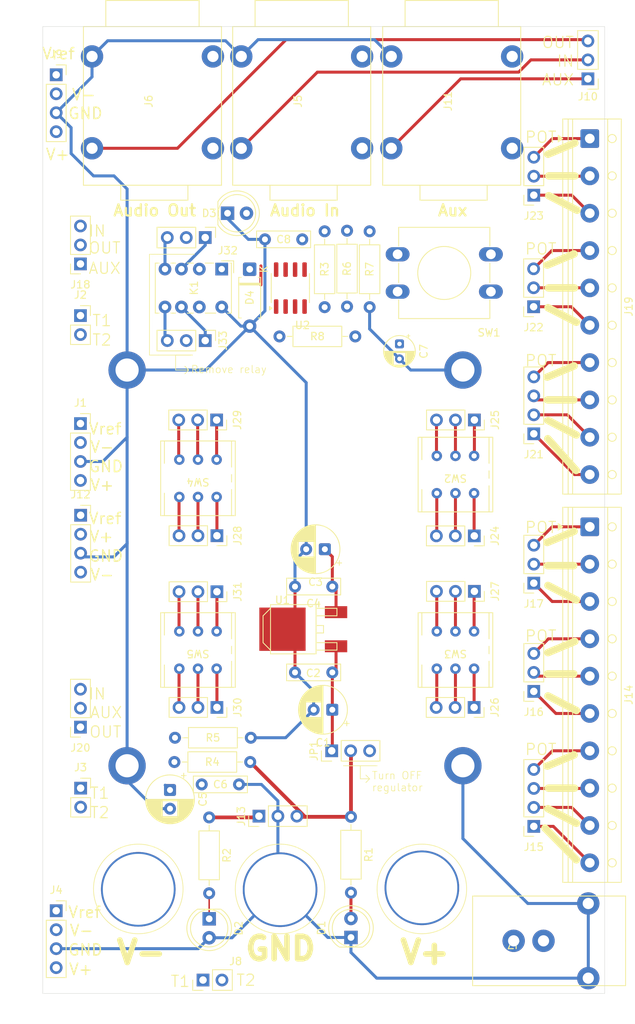
<source format=kicad_pcb>
(kicad_pcb (version 20241229) (generator "pcbnew") (generator_version "9.0")
  (layers (0 "F.Cu" signal) (2 "B.Cu" signal) (13 "F.Paste" user) (15 "B.Paste" user) (5 "F.SilkS" user "F.Silkscreen") (7 "B.SilkS" user "B.Silkscreen") (1 "F.Mask" user) (3 "B.Mask" user) (25 "Edge.Cuts" user))
  (net 0 "")
  (net 1 "Net-(U2-CV)")
  (net 2 "GND")
  (net 3 "Net-(D1-A)")
  (net 4 "/Vref")
  (net 5 "Net-(D3-A)")
  (net 6 "/BYP")
  (net 7 "VSS")
  (net 8 "VCC")
  (net 9 "/AUX")
  (net 10 "/IN")
  (net 11 "/OUT")
  (net 12 "/OUTBB")
  (net 13 "/INBB")
  (net 14 "Net-(C7-Pad1)")
  (net 15 "Net-(J27-Pin_1)")
  (net 16 "Net-(J27-Pin_3)")
  (net 17 "Net-(J27-Pin_2)")
  (net 18 "Net-(J28-Pin_3)")
  (net 19 "Net-(J28-Pin_1)")
  (net 20 "Net-(J28-Pin_2)")
  (net 21 "Net-(J29-Pin_3)")
  (net 22 "Net-(J29-Pin_2)")
  (net 23 "Net-(J29-Pin_1)")
  (net 24 "Net-(J30-Pin_2)")
  (net 25 "Net-(J30-Pin_3)")
  (net 26 "Net-(J30-Pin_1)")
  (net 27 "Net-(J31-Pin_3)")
  (net 28 "Net-(J31-Pin_2)")
  (net 29 "Net-(J31-Pin_1)")
  (net 30 "Net-(J32-Pin_1)")
  (net 31 "Net-(J33-Pin_1)")
  (net 32 "Net-(D2-K)")
  (net 35 "Net-(JP1-A)")
  (net 37 "Net-(K1-Pad2)")
  (net 38 "Net-(U2-THR)")
  (net 39 "/9V")
  (net 43 "Net-(J14-Pin_6)")
  (net 44 "Net-(J25-Pin_2)")
  (net 45 "Net-(J25-Pin_3)")
  (net 46 "Net-(J25-Pin_1)")
  (net 47 "/T1")
  (net 48 "/T2")
  (net 49 "Net-(J14-Pin_3)")
  (net 50 "Net-(J14-Pin_8)")
  (net 51 "Net-(J14-Pin_7)")
  (net 52 "Net-(J14-Pin_1)")
  (net 53 "Net-(J14-Pin_10)")
  (net 54 "Net-(J14-Pin_4)")
  (net 55 "Net-(J14-Pin_9)")
  (net 56 "Net-(J14-Pin_5)")
  (net 57 "Net-(J14-Pin_2)")
  (net 58 "Net-(J19-Pin_10)")
  (net 59 "Net-(J19-Pin_4)")
  (net 60 "Net-(J19-Pin_2)")
  (net 61 "Net-(J19-Pin_5)")
  (net 62 "Net-(J19-Pin_6)")
  (net 63 "Net-(J19-Pin_3)")
  (net 64 "Net-(J19-Pin_8)")
  (net 65 "Net-(J19-Pin_9)")
  (net 66 "Net-(J19-Pin_7)")
  (net 67 "Net-(J19-Pin_1)")
  (net 68 "Net-(J24-Pin_1)")
  (net 69 "Net-(J24-Pin_3)")
  (net 70 "Net-(J24-Pin_2)")
  (net 71 "Net-(J26-Pin_2)")
  (net 72 "Net-(J26-Pin_1)")
  (net 73 "Net-(J26-Pin_3)")
  (footprint "Connector_PinSocket_2.54mm:PinSocket_1x04_P2.54mm_Vertical" (layer "F.Cu") (at 90.5 74.54 180)
    (property "Reference" "J21")
    (property "Value" "POT6_CON")
  )
  (footprint "Resistor_THT:R_Axial_DIN0207_L6.3mm_D2.5mm_P10.16mm_Horizontal" (layer "F.Cu") (at 56.42 61.5)
    (property "Reference" "R8")
    (property "Value" "200k")
  )
  (footprint "Zorg:DPDT_ESwitch" (layer "F.Cu") (at 80 103.5 180)
    (property "Reference" "SW3")
    (property "Value" "SW_DPDT_x2")
  )
  (footprint "Connector_PinSocket_2.54mm:PinSocket_1x03_P2.54mm_Vertical" (layer "F.Cu") (at 48 72.69 -90)
    (property "Reference" "J29")
    (property "Value" "Switch")
  )
  (footprint "Zorg:DPDT_ESwitch" (layer "F.Cu") (at 80 80 180)
    (property "Reference" "SW2")
    (property "Value" "SW_DPDT_x2")
  )
  (footprint "Connector_PinHeader_2.54mm:PinHeader_1x03_P2.54mm_Vertical" (layer "F.Cu") (at 97.75 27 180)
    (property "Reference" "J10")
    (property "Value" "Test_Point_IOA")
  )
  (footprint "Zorg:DPDT_ESwitch" (layer "F.Cu") (at 45.5 103.5 180)
    (property "Reference" "SW5")
    (property "Value" "SW_DPDT_x2")
  )
  (footprint "Connector_PinHeader_2.54mm:PinHeader_1x03_P2.54mm_Vertical" (layer "F.Cu") (at 46.4701 48.2575 -90)
    (property "Reference" "J32")
    (property "Value" "RLY_OV_IN")
  )
  (footprint "Button_Switch_THT:SW_PUSH-12mm" (layer "F.Cu") (at 84.75 55.5 180)
    (property "Reference" "SW1")
    (property "Value" "SW_Push")
  )
  (footprint "Zorg:Jack  Neutrik Mono Pins SW" (layer "F.Cu") (at 59.4 30 90)
    (property "Reference" "J5")
    (property "Value" "Audio_IN")
  )
  (footprint "Capacitor_THT:CP_Radial_D6.3mm_P2.50mm" (layer "F.Cu") (at 41.75 122.25 -90)
    (property "Reference" "C5")
    (property "Value" "100uF")
  )
  (footprint "Resistor_THT:R_Axial_DIN0207_L6.3mm_D2.5mm_P10.16mm_Horizontal" (layer "F.Cu") (at 68.5 47.42 -90)
    (property "Reference" "R7")
    (property "Value" "100k")
  )
  (footprint "LED_THT:LED_D5.0mm" (layer "F.Cu") (at 49.46 45)
    (property "Reference" "D3")
    (property "Value" "PINK")
  )
  (footprint "Connector_PinSocket_2.54mm:PinSocket_1x03_P2.54mm_Vertical" (layer "F.Cu") (at 90.5 42.58 180)
    (property "Reference" "J23")
    (property "Value" "POT4_CON")
  )
  (footprint "Connector_PinSocket_2.54mm:PinSocket_1x04_P2.54mm_Vertical" (layer "F.Cu") (at 26.5 26.46)
    (property "Reference" "J9")
    (property "Value" "Conn_01x04_Socket")
  )
  (footprint "Resistor_THT:R_Axial_DIN0207_L6.3mm_D2.5mm_P10.16mm_Horizontal" (layer "F.Cu") (at 47 125.92 -90)
    (property "Reference" "R2")
    (property "Value" "2k")
  )
  (footprint "Zorg:DPAK-3" (layer "F.Cu") (at 56.82 100.715)
    (property "Reference" "U1")
    (property "Value" "L78L09_SOT89")
  )
  (footprint "Connector_PinHeader_2.54mm:PinHeader_1x03_P2.54mm_Vertical" (layer "F.Cu") (at 53.67 125.75 90)
    (property "Reference" "J13")
    (property "Value" "Banana_IN")
  )
  (footprint "Connector_PinSocket_2.54mm:PinSocket_1x03_P2.54mm_Vertical" (layer "F.Cu") (at 90.475 57.525 180)
    (property "Reference" "J22")
    (property "Value" "POT5_CON")
  )
  (footprint "Zorg:Jack  Neutrik Mono Pins SW" (layer "F.Cu") (at 39.4 30 90)
    (property "Reference" "J6")
    (property "Value" "Audio_Out")
  )
  (footprint "Connector_PinSocket_2.54mm:PinSocket_1x04_P2.54mm_Vertical" (layer "F.Cu") (at 90.5 127.12 180)
    (property "Reference" "J15")
    (property "Value" "POT3_CON")
  )
  (footprint "Capacitor_THT:C_Rect_L7.0mm_W2.0mm_P5.00mm" (layer "F.Cu") (at 63.5 95 180)
    (property "Reference" "C4")
    (property "Value" "100nF")
  )
  (footprint "Package_SO:SOIC-8_3.9x4.9mm_P1.27mm" (layer "F.Cu") (at 57.8776 55.025 90)
    (property "Reference" "U2")
    (property "Value" "NE555D")
  )
  (footprint "Connector_PinSocket_2.54mm:PinSocket_1x03_P2.54mm_Vertical" (layer "F.Cu") (at 82.54 72.69 -90)
    (property "Reference" "J25")
    (property "Value" "Switch")
  )
  (footprint "Connector_PinSocket_2.54mm:PinSocket_1x03_P2.54mm_Vertical" (layer "F.Cu") (at 29.75 51.79 180)
    (property "Reference" "J18")
    (property "Value" "SIGNALS")
  )
  (footprint "Zorg:Jack DC" (layer "F.Cu") (at 87.8 142.45 180)
    (property "Reference" "J7")
    (property "Value" "DC9V")
  )
  (footprint "Connector_PinSocket_2.54mm:PinSocket_1x04_P2.54mm_Vertical" (layer "F.Cu") (at 29.775 85.45)
    (property "Reference" "J12")
    (property "Value" "Conn_01x04_Socket")
  )
  (footprint "Capacitor_THT:C_Rect_L7.0mm_W2.0mm_P5.00mm" (layer "F.Cu") (at 59.4726 48.5 180)
    (property "Reference" "C8")
    (property "Value" "1nF")
  )
  (footprint "Connector_PinSocket_2.54mm:PinSocket_1x03_P2.54mm_Vertical" (layer "F.Cu") (at 48.04 95.69 -90)
    (property "Reference" "J31")
    (property "Value" "Switch")
  )
  (footprint "Connector_PinHeader_2.54mm:PinHeader_1x03_P2.54mm_Vertical" (layer "F.Cu") (at 46.4701 62.0575 -90)
    (property "Reference" "J33")
    (property "Value" "RLY_OV_OUT")
  )
  (footprint "TerminalBlock_RND:TerminalBlock_RND_205-00020_1x10_P5.00mm_Horizontal" (layer "F.Cu") (at 98 87 -90)
    (property "Reference" "J14")
    (property "Value" "Screw_Terminal_01x10")
  )
  (footprint "Capacitor_THT:CP_Radial_D6.3mm_P2.50mm" (layer "F.Cu") (at 62.5 90 180)
    (property "Reference" "C3")
    (property "Value" "100uF")
  )
  (footprint "Connector_PinSocket_2.54mm:PinSocket_1x03_P2.54mm_Vertical" (layer "F.Cu") (at 90.5 109.04 180)
    (property "Reference" "J16")
    (property "Value" "POT2_CON")
  )
  (footprint "Connector_PinSocket_2.54mm:PinSocket_1x03_P2.54mm_Vertical" (layer "F.Cu") (at 90.5 94.54 180)
    (property "Reference" "J17")
    (property "Value" "POT1_CON")
  )
  (footprint "LED_THT:LED_D5.0mm" (layer "F.Cu") (at 66 142 90)
    (property "Reference" "D1")
    (property "Value" "RED")
  )
  (footprint "Resistor_THT:R_Axial_DIN0207_L6.3mm_D2.5mm_P10.16mm_Horizontal" (layer "F.Cu") (at 52.5 118.5 180)
    (property "Reference" "R4")
    (property "Value" "10k")
  )
  (footprint "Resistor_THT:R_Axial_DIN0207_L6.3mm_D2.5mm_P10.16mm_Horizontal" (layer "F.Cu") (at 62.4726 57.58 90)
    (property "Reference" "R3")
    (property "Value" "2k")
  )
  (footprint "Capacitor_THT:C_Rect_L7.0mm_W2.0mm_P5.00mm" (layer "F.Cu") (at 63.5 106.5 180)
    (property "Reference" "C2")
    (property "Value" "100nF")
  )
  (footprint "Connector_PinSocket_2.54mm:PinSocket_1x03_P2.54mm_Vertical" (layer "F.Cu") (at 48.04 111.19 -90)
    (property "Reference" "J30")
    (property "Value" "Switch")
  )
  (footprint "Connector_PinSocket_2.54mm:PinSocket_1x04_P2.54mm_Vertical" (layer "F.Cu") (at 26.5 138.42)
    (property "Reference" "J4")
    (property "Value" "Conn_01x04_Socket")
  )
  (footprint "Capacitor_THT:CP_Radial_D4.0mm_P2.00mm" (layer "F.Cu") (at 72.5 62.5 -90)
    (property "Reference" "C7")
    (property "Value" "1uF")
  )
  (footprint "Diode_THT:D_A-405_P7.62mm_Horizontal" (layer "F.Cu") (at 52.4301 52.5 -90)
    (property "Reference" "D4")
    (property "Value" "D")
  )
  (footprint "Connector_PinSocket_2.54mm:PinSocket_1x03_P2.54mm_Vertical" (layer "F.Cu") (at 82.525 88.215 -90)
    (property "Reference" "J24")
    (property "Value" "Switch")
  )
  (footprint "Connector_PinSocket_2.54mm:PinSocket_1x04_P2.54mm_Vertical" (layer "F.Cu") (at 29.75 73.17)
    (property "Reference" "J1")
    (property "Value" "Conn_01x04_Socket")
  )
  (footprint "Connector_PinSocket_2.54mm:PinSocket_1x03_P2.54mm_Vertical" (layer "F.Cu") (at 82.5 111.19 -90)
    (property "Reference" "J26")
    (property "Value" "Switch")
  )
  (footprint "Connector_PinHeader_2.54mm:PinHeader_1x02_P2.54mm_Vertical" (layer "F.Cu") (at 46.175 147.7 90)
    (property "Reference" "J8")
    (property "Value" "Test_Point_Pins")
  )
  (footprint "Resistor_THT:R_Axial_DIN0207_L6.3mm_D2.5mm_P10.16mm_Horizontal" (layer "F.Cu") (at 42.42 115.25)
    (property "Reference" "R5")
    (property "Value" "10k")
  )
  (footprint "TerminalBlock_RND:TerminalBlock_RND_205-00020_1x10_P5.00mm_Horizontal" (layer "F.Cu") (at 98 35 -90)
    (property "Reference" "J19")
    (property "Value" "Screw_Terminal_01x10")
  )
  (footprint "Relay_THT:Relay_DPDT_Omron_G6K-2P-Y" (layer "F.Cu") (at 48.6801 52.4775 -90)
    (property "Reference" "K1")
    (property "Value" "G6K-2")
  )
  (footprint "Connector_PinSocket_2.54mm:PinSocket_1x03_P2.54mm_Vertical" (layer "F.Cu") (at 82.54 95.64 -90)
    (property "Reference" "J27")
    (property "Value" "Switch")
  )
  (footprint "Connector_PinHeader_2.54mm:PinHeader_1x03_P2.54mm_Vertical" (layer "F.Cu") (at 63.42 117 90)
    (property "Reference" "JP1")
    (property "Value" "Jumper_3_Open")
  )
  (footprint "Connector_PinSocket_2.54mm:PinSocket_1x03_P2.54mm_Vertical" (layer "F.Cu") (at 48.04 88.19 -90)
    (property "Reference" "J28")
    (property "Value" "Switch")
  )
  (footprint "Zorg:Jack  Neutrik Mono Pins SW" (layer "F.Cu") (at 79.5 30 90)
    (property "Reference" "J11")
    (property "Value" "Audio_Aux")
  )
  (footprint "Connector_PinSocket_2.54mm:PinSocket_1x02_P2.54mm_Vertical" (layer "F.Cu") (at 29.75 58.71)
    (property "Reference" "J2")
    (property "Value" "Test Points IN")
  )
  (footprint "Resistor_THT:R_Axial_DIN0207_L6.3mm_D2.5mm_P10.16mm_Horizontal" (layer "F.Cu") (at 65.4726 57.5 90)
    (property "Reference" "R6")
    (property "Value" "100k")
  )
  (footprint "Zorg:DPDT_ESwitch" (layer "F.Cu") (at 45.5 80.5 180)
    (property "Reference" "SW4")
    (property "Value" "SW_DPDT_x2")
  )
  (footprint "Resistor_THT:R_Axial_DIN0207_L6.3mm_D2.5mm_P10.16mm_Horizontal" (layer "F.Cu") (at 66 125.84 -90)
    (property "Reference" "R1")
    (property "Value" "2k")
  )
  (footprint "LED_THT:LED_D5.0mm" (layer "F.Cu") (at 47 139.5 -90)
    (property "Reference" "D2")
    (property "Value" "GREEN")
  )
  (footprint "Connector_PinSocket_2.54mm:PinSocket_1x02_P2.54mm_Vertical" (layer "F.Cu") (at 29.775 122)
    (property "Reference" "J3")
    (property "Value" "Test Points IN")
  )
  (footprint "Capacitor_THT:CP_Radial_D6.3mm_P2.50mm" (layer "F.Cu") (at 63.5 111.5 180)
    (property "Reference" "C1")
    (property "Value" "100uF")
  )
  (footprint "Capacitor_THT:C_Rect_L7.0mm_W2.0mm_P5.00mm" (layer "F.Cu") (at 46 121.5)
    (property "Reference" "C6")
    (property "Value" "100nF")
  )
  (footprint "Connector_PinSocket_2.54mm:PinSocket_1x03_P2.54mm_Vertical" (layer "F.Cu") (at 29.75 113.83 180)
    (property "Reference" "J20")
    (property "Value" "SIGNALS")
  )
  (gr_line (start 47 139.5) (end 47 136.75) (stroke (width 0.2)) (layer "F.Cu") (net 32))
  (gr_line (start 39 50.5) (end 39 64) (stroke (width 0.1)) (layer "F.SilkS"))
  (gr_line (start 67.25 120.75) (end 68.5 120.75) (stroke (width 0.1)) (layer "F.SilkS"))
  (gr_line (start 92.45 122) (end 95.95 122) (stroke (width 1)) (layer "F.SilkS"))
  (gr_line (start 92.4 37.1) (end 96 35.6) (stroke (width 1)) (layer "F.SilkS"))
  (gr_line (start 40.25 64) (end 44.75 64) (stroke (width 0.1)) (layer "F.SilkS"))
  (gr_line (start 92 127.35) (end 96.2 131.6) (stroke (width 1)) (layer "F.SilkS"))
  (gr_line (start 44.25 66) (end 43.75 65.5) (stroke (width 0.1)) (layer "F.SilkS"))
  (gr_circle (center 56.5 135.5) (end 62.5 135.5) (stroke (width 0.1)) (fill no) (layer "F.SilkS"))
  (gr_line (start 44.75 64) (end 42.5 64) (stroke (width 0.1)) (layer "F.SilkS"))
  (gr_line (start 92.4 109.65) (end 96.2 111.6) (stroke (width 1)) (layer "F.SilkS"))
  (gr_line (start 92.3 51.95) (end 95.9 50.45) (stroke (width 1)) (layer "F.SilkS"))
  (gr_line (start 92.38 75.2) (end 96.18 79.45) (stroke (width 1)) (layer "F.SilkS"))
  (gr_line (start 92.4 94.85) (end 96.2 96.8) (stroke (width 1)) (layer "F.SilkS"))
  (gr_line (start 92.5 40) (end 96 40) (stroke (width 1)) (layer "F.SilkS"))
  (gr_line (start 43.75 65.5) (end 44.25 66) (stroke (width 0.1)) (layer "F.SilkS"))
  (gr_line (start 68.5 120.75) (end 68 120.25) (stroke (width 0.1)) (layer "F.SilkS"))
  (gr_line (start 92.35 106.7) (end 95.85 106.7) (stroke (width 1)) (layer "F.SilkS"))
  (gr_line (start 42.5 66) (end 44.25 66) (stroke (width 0.1)) (layer "F.SilkS"))
  (gr_line (start 92.4 103.85) (end 96 102.35) (stroke (width 1)) (layer "F.SilkS"))
  (gr_line (start 92.4 57.65) (end 96.2 59.6) (stroke (width 1)) (layer "F.SilkS"))
  (gr_circle (center 37.5 135.5) (end 43.5 135.5) (stroke (width 0.1)) (fill no) (layer "F.SilkS"))
  (gr_line (start 92.3 66.95) (end 95.9 65.45) (stroke (width 1)) (layer "F.SilkS"))
  (gr_line (start 39 64) (end 40.25 64) (stroke (width 0.1)) (layer "F.SilkS"))
  (gr_line (start 92.3 89.1) (end 95.9 87.6) (stroke (width 1)) (layer "F.SilkS"))
  (gr_line (start 92.5 42.65) (end 96.3 44.6) (stroke (width 1)) (layer "F.SilkS"))
  (gr_line (start 92.45 55) (end 95.95 55) (stroke (width 1)) (layer "F.SilkS"))
  (gr_line (start 92.35 70) (end 95.85 70) (stroke (width 1)) (layer "F.SilkS"))
  (gr_line (start 42.5 66) (end 42.5 64) (stroke (width 0.1)) (layer "F.SilkS"))
  (gr_line (start 67.25 119) (end 67.25 120.75) (stroke (width 0.1)) (layer "F.SilkS"))
  (gr_line (start 92.4 124.75) (end 96.2 126.7) (stroke (width 1)) (layer "F.SilkS"))
  (gr_circle (center 75.5 135.5) (end 81.5 135.5) (stroke (width 0.1)) (fill no) (layer "F.SilkS"))
  (gr_line (start 40 50.5) (end 45 50.5) (stroke (width 0.1)) (layer "F.SilkS"))
  (gr_line (start 92.35 92.2) (end 95.85 92.2) (stroke (width 1)) (layer "F.SilkS"))
  (gr_line (start 40 50.5) (end 39 50.5) (stroke (width 0.1)) (layer "F.SilkS"))
  (gr_line (start 92.4 72.75) (end 96.2 74.7) (stroke (width 1)) (layer "F.SilkS"))
  (gr_line (start 92.3 119.05) (end 95.9 117.55) (stroke (width 1)) (layer "F.SilkS"))
  (gr_line (start 44.25 66) (end 43.75 66.5) (stroke (width 0.1)) (layer "F.SilkS"))
  (gr_line (start 68.5 120.75) (end 68 121.25) (stroke (width 0.1)) (layer "F.SilkS"))
  (gr_line (start 65 119) (end 69.5 119) (stroke (width 0.1)) (layer "F.SilkS"))
  (gr_line (start 100 149.5) (end 24.7 149.5) (stroke (width 0.05)) (layer "Edge.Cuts"))
  (gr_line (start 24.7 20) (end 100 20) (stroke (width 0.05)) (layer "Edge.Cuts"))
  (gr_line (start 100 149.5) (end 100 20) (stroke (width 0.05)) (layer "Edge.Cuts"))
  (gr_line (start 24.7 20) (end 24.7 149.5) (stroke (width 0.05)) (layer "Edge.Cuts"))
  (gr_text "IN" (at 30.75 48.25 0) (layer "F.SilkS") (effects (font (size 1.5 1.5)) (justify left bottom)))
  (gr_text "T1" (at 30.95 123.55 0) (layer "F.SilkS") (effects (font (size 1.5 1.5)) (justify left bottom)))
  (gr_text "V-" (at 34.25 145.75 0) (layer "F.SilkS") (effects (font (size 3 3) (thickness 0.75) (bold yes)) (justify left bottom)))
  (gr_text "V+" (at 72.25 145.75 0) (layer "F.SilkS") (effects (font (size 3 3) (thickness 0.75) (bold yes)) (justify left bottom)))
  (gr_text "AUX\n" (at 91.5 28 0) (layer "F.SilkS") (effects (font (size 1.5 1.5)) (justify left bottom)))
  (gr_text "OUT" (at 30.75 50.52 0) (layer "F.SilkS") (effects (font (size 1.5 1.5)) (justify left bottom)))
  (gr_text "GND\n" (at 51.5 145.25 0) (layer "F.SilkS") (effects (font (size 3 3) (thickness 0.75) (bold yes)) (justify left bottom)))
  (gr_text "POT" (at 89.23 50.65 0) (layer "F.SilkS") (effects (font (size 1.5 1.5)) (justify left bottom)))
  (gr_text "V-" (at 28.2 141.94 0) (layer "F.SilkS") (effects (font (size 1.5 1.5) (thickness 0.2)) (justify left bottom)))
  (gr_text "AUX\n" (at 30.75 53.25 0) (layer "F.SilkS") (effects (font (size 1.5 1.5)) (justify left bottom)))
  (gr_text "Vref" (at 30.75 74.75 0) (layer "F.SilkS") (effects (font (size 1.5 1.5) (thickness 0.2)) (justify left bottom)))
  (gr_text "V-" (at 28.5 30 0) (layer "F.SilkS") (effects (font (size 1.5 1.5) (thickness 0.2)) (justify left bottom)))
  (gr_text "T1" (at 41.75 148.75 0) (layer "F.SilkS") (effects (font (size 1.5 1.5)) (justify left bottom)))
  (gr_text "OUT" (at 30.85 115.35 0) (layer "F.SilkS") (effects (font (size 1.5 1.5)) (justify left bottom)))
  (gr_text "AUX\n" (at 30.95 112.75 0) (layer "F.SilkS") (effects (font (size 1.5 1.5)) (justify left bottom)))
  (gr_text "Audio In\n" (at 55 45.5 0) (layer "F.SilkS") (effects (font (size 1.5 1.5) (thickness 0.3) (bold yes)) (justify left bottom)))
  (gr_text "V+" (at 28.1 147.14 0) (layer "F.SilkS") (effects (font (size 1.5 1.5) (thickness 0.2)) (justify left bottom)))
  (gr_text "IN" (at 93.5 25.5 0) (layer "F.SilkS") (effects (font (size 1.5 1.5)) (justify left bottom)))
  (gr_text "Audio Out" (at 34 45.5 0) (layer "F.SilkS") (effects (font (size 1.5 1.5) (thickness 0.3) (bold yes)) (justify left bottom)))
  (gr_text "T2" (at 50.55 148.6 0) (layer "F.SilkS") (effects (font (size 1.5 1.5)) (justify left bottom)))
  (gr_text "OUT" (at 91.5 23 0) (layer "F.SilkS") (effects (font (size 1.5 1.5)) (justify left bottom)))
  (gr_text "POT" (at 89.23 87.96 0) (layer "F.SilkS") (effects (font (size 1.5 1.5)) (justify left bottom)))
  (gr_text "GND" (at 30.75 79.79 0) (layer "F.SilkS") (effects (font (size 1.5 1.5) (thickness 0.2)) (justify left bottom)))
  (gr_text "V+" (at 30.85 89.19 0) (layer "F.SilkS") (effects (font (size 1.5 1.5) (thickness 0.2)) (justify left bottom)))
  (gr_text "IN" (at 30.75 110.25 0) (layer "F.SilkS") (effects (font (size 1.5 1.5)) (justify left bottom)))
  (gr_text "V-" (at 30.95 94.29 0) (layer "F.SilkS") (effects (font (size 1.5 1.5) (thickness 0.2)) (justify left bottom)))
  (gr_text "GND" (at 28 144.54 0) (layer "F.SilkS") (effects (font (size 1.5 1.5) (thickness 0.2)) (justify left bottom)))
  (gr_text "GND" (at 28 32.5 0) (layer "F.SilkS") (effects (font (size 1.5 1.5) (thickness 0.2)) (justify left bottom)))
  (gr_text "GND" (at 30.75 91.79 0) (layer "F.SilkS") (effects (font (size 1.5 1.5) (thickness 0.2)) (justify left bottom)))
  (gr_text "Aux" (at 77.5 45.5 0) (layer "F.SilkS") (effects (font (size 1.5 1.5) (thickness 0.3) (bold yes)) (justify left bottom)))
  (gr_text "V-" (at 30.95 77.19 0) (layer "F.SilkS") (effects (font (size 1.5 1.5) (thickness 0.2)) (justify left bottom)))
  (gr_text "Vref" (at 28 139.5 0) (layer "F.SilkS") (effects (font (size 1.5 1.5) (thickness 0.2)) (justify left bottom)))
  (gr_text "POT" (at 89.23 35.69 0) (layer "F.SilkS") (effects (font (size 1.5 1.5)) (justify left bottom)))
  (gr_text "V+" (at 25 38 0) (layer "F.SilkS") (effects (font (size 1.5 1.5) (thickness 0.2)) (justify left bottom)))
  (gr_text "POT" (at 89.23 65.61 0) (layer "F.SilkS") (effects (font (size 1.5 1.5)) (justify left bottom)))
  (gr_text "Vref" (at 24.5 24.5 0) (layer "F.SilkS") (effects (font (size 1.5 1.5) (thickness 0.2)) (justify left bottom)))
  (gr_text "T1" (at 31.25 60.25 0) (layer "F.SilkS") (effects (font (size 1.5 1.5)) (justify left bottom)))
  (gr_text "T2" (at 31.25 62.85 0) (layer "F.SilkS") (effects (font (size 1.5 1.5)) (justify left bottom)))
  (gr_text "V+" (at 30.95 82.29 0) (layer "F.SilkS") (effects (font (size 1.5 1.5) (thickness 0.2)) (justify left bottom)))
  (gr_text "Turn OFF\nregulator\n" (at 68.75 122.5 0) (layer "F.SilkS") (effects (font (size 1 1) (thickness 0.1)) (justify left bottom)))
  (gr_text "POT" (at 89.23 117.69 0) (layer "F.SilkS") (effects (font (size 1.5 1.5)) (justify left bottom)))
  (gr_text "Vref" (at 30.75 86.75 0) (layer "F.SilkS") (effects (font (size 1.5 1.5) (thickness 0.2)) (justify left bottom)))
  (gr_text "Remove relay\n" (at 44.5 66.5 0) (layer "F.SilkS") (effects (font (size 1 1) (thickness 0.1)) (justify left bottom)))
  (gr_text "POT" (at 89.23 102.5 0) (layer "F.SilkS") (effects (font (size 1.5 1.5)) (justify left bottom)))
  (gr_text "T2" (at 30.95 126.15 0) (layer "F.SilkS") (effects (font (size 1.5 1.5)) (justify left bottom)))
  (via (at 37.5 135.55) (size 10) (drill 9.5) (layers "F.Cu" "B.Cu") (net 0))
  (via (at 75.5 135.35) (size 10) (drill 9.5) (layers "F.Cu" "B.Cu") (net 0))
  (segment (start 58.5 106.5) (end 58.5 102.395) (width 0.4) (layer "F.Cu") (net 2))
  (segment (start 58.5 102.395) (end 56.82 100.715) (width 0.4) (layer "F.Cu") (net 2))
  (segment (start 58.5 95) (end 58.5 99.035) (width 0.4) (layer "F.Cu") (net 2))
  (segment (start 58.5 99.035) (end 56.82 100.715) (width 0.4) (layer "F.Cu") (net 2))
  (via (at 81 66) (size 5) (drill 3.1) (layers "F.Cu" "B.Cu") (net 2))
  (via (at 56.5 135.6) (size 10) (drill 9.5) (layers "F.Cu" "B.Cu") (net 2))
  (via (at 36 66) (size 5) (drill 3.1) (layers "F.Cu" "B.Cu") (net 2))
  (via (at 36 119) (size 5) (drill 3.1) (layers "F.Cu" "B.Cu") (net 2))
  (via (at 81 119) (size 5) (drill 3.1) (layers "F.Cu" "B.Cu") (net 2))
  (segment (start 69.15 21.75) (end 71.4 24) (width 0.4) (layer "B.Cu") (net 2))
  (segment (start 52.25 48.5) (end 54.4726 48.5) (width 0.4) (layer "B.Cu") (net 2))
  (segment (start 58.5 95) (end 58.5 91.5) (width 0.4) (layer "B.Cu") (net 2))
  (segment (start 46.5501 66) (end 52.4301 60.12) (width 0.4) (layer "B.Cu") (net 2))
  (segment (start 36 121) (end 36 119) (width 0.4) (layer "B.Cu") (net 2))
  (segment (start 50.06 142.04) (end 56.5 135.6) (width 0.4) (layer "B.Cu") (net 2))
  (segment (start 49.46 45) (end 49.46 45.71) (width 0.4) (layer "B.Cu") (net 2))
  (segment (start 36 66) (end 36 75) (width 0.4) (layer "B.Cu") (net 2))
  (segment (start 69.45 147.45) (end 66 144) (width 0.4) (layer "B.Cu") (net 2))
  (segment (start 56.21 125.75) (end 56.21 135.31) (width 0.4) (layer "B.Cu") (net 2))
  (segment (start 52.4301 60.12) (end 54.4726 58.0775) (width 0.4) (layer "B.Cu") (net 2))
  (segment (start 89.7 137.45) (end 81 128.75) (width 0.4) (layer "B.Cu") (net 2))
  (segment (start 26.5 31.54) (end 31.3 26.74) (width 0.4) (layer "B.Cu") (net 2))
  (segment (start 34.25 40) (end 31.5 40) (width 0.4) (layer "B.Cu") (net 2))
  (segment (start 36 75) (end 36 89) (width 0.4) (layer "B.Cu") (net 2))
  (segment (start 52.58 115.25) (end 57.25 115.25) (width 0.4) (layer "B.Cu") (net 2))
  (segment (start 47 142.04) (end 50.06 142.04) (width 0.4) (layer "B.Cu") (net 2))
  (segment (start 39.75 124.75) (end 36 121) (width 0.4) (layer "B.Cu") (net 2))
  (segment (start 97.8 147.45) (end 69.45 147.45) (width 0.4) (layer "B.Cu") (net 2))
  (segment (start 36 89.25) (end 34.22 91.03) (width 0.4) (layer "B.Cu") (net 2))
  (segment (start 36 89) (end 36 89.25) (width 0.4) (layer "B.Cu") (net 2))
  (segment (start 60 67.6899) (end 52.4301 60.12) (width 0.4) (layer "B.Cu") (net 2))
  (segment (start 36 89) (end 36 89.25) (width 0.4) (layer "B.Cu") (net 2))
  (segment (start 34.22 91.03) (end 29.775 91.03) (width 0.4) (layer "B.Cu") (net 2))
  (segment (start 45.54 143.5) (end 47 142.04) (width 0.4) (layer "B.Cu") (net 2))
  (segment (start 51.2426 60.12) (end 52.4301 60.12) (width 0.4) (layer "B.Cu") (net 2))
  (segment (start 36 66) (end 36 41.75) (width 0.4) (layer "B.Cu") (net 2))
  (segment (start 31.3 26.74) (end 31.3 24) (width 0.4) (layer "B.Cu") (net 2))
  (segment (start 61 111.5) (end 61 109) (width 0.4) (layer "B.Cu") (net 2))
  (segment (start 81 128.75) (end 81 119) (width 0.4) (layer "B.Cu") (net 2))
  (segment (start 49.46 45.71) (end 52.25 48.5) (width 0.4) (layer "B.Cu") (net 2))
  (segment (start 72.5 64.5) (end 74 66) (width 0.4) (layer "B.Cu") (net 2))
  (segment (start 74 66) (end 81 66) (width 0.4) (layer "B.Cu") (net 2))
  (segment (start 49.199 21.899) (end 51.3 24) (width 0.4) (layer "B.Cu") (net 2))
  (segment (start 36 41.75) (end 34.25 40) (width 0.4) (layer "B.Cu") (net 2))
  (segment (start 28.5 33.54) (end 26.5 31.54) (width 0.4) (layer "B.Cu") (net 2))
  (segment (start 26.5 143.5) (end 45.54 143.5) (width 0.4) (layer "B.Cu") (net 2))
  (segment (start 36 75) (end 32.75 78.25) (width 0.4) (layer "B.Cu") (net 2))
  (segment (start 36 89.25) (end 36 119) (width 0.4) (layer "B.Cu") (net 2))
  (segment (start 54.4726 58.0775) (end 54.4726 48.5) (width 0.4) (layer "B.Cu") (net 2))
  (segment (start 33.401 21.899) (end 49.199 21.899) (width 0.4) (layer "B.Cu") (net 2))
  (segment (start 48.6801 57.5575) (end 51.2426 60.12) (width 0.4) (layer "B.Cu") (net 2))
  (segment (start 36 66) (end 46.5501 66) (width 0.4) (layer "B.Cu") (net 2))
  (segment (start 97.8 137.45) (end 89.7 137.45) (width 0.4) (layer "B.Cu") (net 2))
  (segment (start 51 121.5) (end 54 121.5) (width 0.4) (layer "B.Cu") (net 2))
  (segment (start 66 142) (end 62.9 142) (width 0.4) (layer "B.Cu") (net 2))
  (segment (start 51.3 24) (end 53.55 21.75) (width 0.4) (layer "B.Cu") (net 2))
  (segment (start 28.5 37) (end 28.5 33.54) (width 0.4) (layer "B.Cu") (net 2))
  (segment (start 62.9 142) (end 56.5 135.6) (width 0.4) (layer "B.Cu") (net 2))
  (segment (start 56.21 123.71) (end 56.21 125.75) (width 0.4) (layer "B.Cu") (net 2))
  (segment (start 58.5 91.5) (end 60 90) (width 0.4) (layer "B.Cu") (net 2))
  (segment (start 31.3 24) (end 33.401 21.899) (width 0.4) (layer "B.Cu") (net 2))
  (segment (start 29.775 91.03) (end 29.275 91.03) (width 0.4) (layer "B.Cu") (net 2))
  (segment (start 66 144) (end 66 142) (width 0.4) (layer "B.Cu") (net 2))
  (segment (start 32.75 78.25) (end 29.75 78.25) (width 0.4) (layer "B.Cu") (net 2))
  (segment (start 29.775 90.53) (end 29.775 91.03) (width 0.4) (layer "B.Cu") (net 2))
  (segment (start 60 90) (end 60 67.6899) (width 0.4) (layer "B.Cu") (net 2))
  (segment (start 97.8 137.45) (end 97.8 147.45) (width 0.4) (layer "B.Cu") (net 2))
  (segment (start 68.5 57.58) (end 68.5 60.5) (width 0.4) (layer "B.Cu") (net 2))
  (segment (start 57.25 115.25) (end 61 111.5) (width 0.4) (layer "B.Cu") (net 2))
  (segment (start 68.5 60.5) (end 72.5 64.5) (width 0.4) (layer "B.Cu") (net 2))
  (segment (start 31.5 40) (end 28.5 37) (width 0.4) (layer "B.Cu") (net 2))
  (segment (start 53.55 21.75) (end 69.15 21.75) (width 0.4) (layer "B.Cu") (net 2))
  (segment (start 61 109) (end 58.5 106.5) (width 0.4) (layer "B.Cu") (net 2))
  (segment (start 41.75 124.75) (end 39.75 124.75) (width 0.4) (layer "B.Cu") (net 2))
  (segment (start 56.21 135.31) (end 56.5 135.6) (width 0.4) (layer "B.Cu") (net 2))
  (segment (start 54 121.5) (end 56.21 123.71) (width 0.4) (layer "B.Cu") (net 2))
  (segment (start 66 139.46) (end 66 136) (width 0.4) (layer "F.Cu") (net 3))
  (segment (start 41.1035 121.6035) (end 41.75 122.25) (width 0.4) (layer "B.Cu") (net 4))
  (segment (start 53.5 125.92) (end 53.67 125.75) (width 0.5) (layer "F.Cu") (net 7))
  (segment (start 47 125.92) (end 53.5 125.92) (width 0.5) (layer "F.Cu") (net 7))
  (segment (start 66 125.84) (end 66 117.04) (width 0.5) (layer "F.Cu") (net 8))
  (segment (start 66 125.84) (end 59.84 125.84) (width 0.5) (layer "F.Cu") (net 8))
  (segment (start 58.84 125.84) (end 58.75 125.75) (width 0.5) (layer "F.Cu") (net 8))
  (segment (start 66 117.04) (end 65.96 117) (width 0.5) (layer "F.Cu") (net 8))
  (segment (start 66 125.84) (end 58.84 125.84) (width 0.5) (layer "F.Cu") (net 8))
  (segment (start 59.84 125.84) (end 52.5 118.5) (width 0.5) (layer "F.Cu") (net 8))
  (segment (start 80.7 27) (end 71.4 36.3) (width 0.4) (layer "F.Cu") (net 9))
  (segment (start 97.75 27) (end 80.7 27) (width 0.4) (layer "F.Cu") (net 9))
  (segment (start 97.75 24.46) (end 90.111263 24.46) (width 0.4) (layer "F.Cu") (net 10))
  (segment (start 88.470263 26.101) (end 61.499 26.101) (width 0.4) (layer "F.Cu") (net 10))
  (segment (start 90.111263 24.46) (end 88.470263 26.101) (width 0.4) (layer "F.Cu") (net 10))
  (segment (start 61.499 26.101) (end 51.3 36.3) (width 0.4) (layer "F.Cu") (net 10))
  (segment (start 43.9301 62.4195) (end 43.9301 62.0575) (width 0.4) (layer "F.Cu") (net 11))
  (segment (start 42.75 36.3) (end 57.3 21.75) (width 0.4) (layer "F.Cu") (net 11))
  (segment (start 97.75 21.92) (end 97.58 21.75) (width 0.4) (layer "F.Cu") (net 11))
  (segment (start 97.58 21.75) (end 57.3 21.75) (width 0.4) (layer "F.Cu") (net 11))
  (segment (start 53.9311 52.0565) (end 53.9311 54.5965) (width 0.4) (layer "F.Cu") (net 11))
  (segment (start 31.3 36.3) (end 42.75 36.3) (width 0.4) (layer "F.Cu") (net 11))
  (segment (start 41.0801 61.7475) (end 41.3901 62.0575) (width 0.4) (layer "B.Cu") (net 12))
  (segment (start 41.0801 57.5575) (end 41.0801 61.7475) (width 0.4) (layer "B.Cu") (net 12))
  (segment (start 41.0801 52.4775) (end 41.0801 48.5675) (width 0.4) (layer "B.Cu") (net 13))
  (segment (start 41.0801 48.5675) (end 41.3901 48.2575) (width 0.4) (layer "B.Cu") (net 13))
  (segment (start 82.5 101) (end 82.5 95.68) (width 0.4) (layer "F.Cu") (net 15))
  (segment (start 82.5 95.68) (end 82.54 95.64) (width 0.4) (layer "F.Cu") (net 15))
  (segment (start 77.5 95.68) (end 77.46 95.64) (width 0.4) (layer "F.Cu") (net 16))
  (segment (start 77.5 101) (end 77.5 95.68) (width 0.4) (layer "F.Cu") (net 16))
  (segment (start 80 101) (end 80 95.64) (width 0.4) (layer "F.Cu") (net 17))
  (segment (start 42.96 88.19) (end 42.96 83.04) (width 0.4) (layer "F.Cu") (net 18))
  (segment (start 42.96 83.04) (end 43 83) (width 0.4) (layer "F.Cu") (net 18))
  (segment (start 48.04 83.04) (end 48 83) (width 0.4) (layer "F.Cu") (net 19))
  (segment (start 48.04 88.19) (end 48.04 83.04) (width 0.4) (layer "F.Cu") (net 19))
  (segment (start 45.5 88.19) (end 45.5 83) (width 0.4) (layer "F.Cu") (net 20))
  (segment (start 42.92 77.92) (end 43 78) (width 0.4) (layer "F.Cu") (net 21))
  (segment (start 42.92 72.69) (end 42.92 77.92) (width 0.4) (layer "F.Cu") (net 21))
  (segment (start 45.46 72.69) (end 45.46 77.96) (width 0.4) (layer "F.Cu") (net 22))
  (segment (start 45.46 77.96) (end 45.5 78) (width 0.4) (layer "F.Cu") (net 22))
  (segment (start 48 72.69) (end 48 78) (width 0.4) (layer "F.Cu") (net 23))
  (segment (start 45.5 111.19) (end 45.5 106) (width 0.4) (layer "F.Cu") (net 24))
  (segment (start 42.96 106.04) (end 43 106) (width 0.4) (layer "F.Cu") (net 25))
  (segment (start 42.96 111.19) (end 42.96 106.04) (width 0.4) (layer "F.Cu") (net 25))
  (segment (start 48.04 106.04) (end 48 106) (width 0.4) (layer "F.Cu") (net 26))
  (segment (start 48.04 111.19) (end 48.04 106.04) (width 0.4) (layer "F.Cu") (net 26))
  (segment (start 42.96 95.69) (end 42.96 100.96) (width 0.4) (layer "F.Cu") (net 27))
  (segment (start 42.96 100.96) (end 43 101) (width 0.4) (layer "F.Cu") (net 27))
  (segment (start 45.5 95.69) (end 45.5 101) (width 0.4) (layer "F.Cu") (net 28))
  (segment (start 48.04 95.69) (end 48.04 100.96) (width 0.4) (layer "F.Cu") (net 29))
  (segment (start 48.04 100.96) (end 48 101) (width 0.4) (layer "F.Cu") (net 29))
  (segment (start 43.2801 52.4775) (end 46.4701 49.2875) (width 0.4) (layer "B.Cu") (net 30))
  (segment (start 46.4701 49.2875) (end 46.4701 48.2575) (width 0.4) (layer "B.Cu") (net 30))
  (segment (start 46.4701 62.0575) (end 46.4701 60.7475) (width 0.4) (layer "B.Cu") (net 31))
  (segment (start 46.4701 60.7475) (end 43.2801 57.5575) (width 0.4) (layer "B.Cu") (net 31))
  (segment (start 63.5 111.5) (end 63.5 116.92) (width 0.4) (layer "F.Cu") (net 35))
  (segment (start 63.5 116.92) (end 63.42 117) (width 0.4) (layer "F.Cu") (net 35))
  (segment (start 63.5 111.5) (end 63.5 106.5) (width 0.4) (layer "F.Cu") (net 35))
  (segment (start 64 106) (end 63.5 106.5) (width 0.4) (layer "F.Cu") (net 35))
  (segment (start 64 103) (end 64 106) (width 0.4) (layer "F.Cu") (net 35))
  (segment (start 64 95.5) (end 63.5 95) (width 0.4) (layer "F.Cu") (net 39))
  (segment (start 64 98.43) (end 64 95.5) (width 0.4) (layer "F.Cu") (net 39))
  (segment (start 63.5 91) (end 62.5 90) (width 0.4) (layer "F.Cu") (net 39))
  (segment (start 63.5 95) (end 63.5 91) (width 0.4) (layer "F.Cu") (net 39))
  (segment (start 93.46 112) (end 90.5 109.04) (width 0.4) (layer "F.Cu") (net 43))
  (segment (start 98 112) (end 93.46 112) (width 0.4) (layer "F.Cu") (net 43))
  (segment (start 80 72.69) (end 80 77.5) (width 0.4) (layer "F.Cu") (net 44))
  (segment (start 77.46 77.46) (end 77.5 77.5) (width 0.4) (layer "F.Cu") (net 45))
  (segment (start 77.46 72.69) (end 77.46 77.46) (width 0.4) (layer "F.Cu") (net 45))
  (segment (start 82.54 77.46) (end 82.5 77.5) (width 0.4) (layer "F.Cu") (net 46))
  (segment (start 82.54 72.69) (end 82.54 77.46) (width 0.4) (layer "F.Cu") (net 46))
  (segment (start 92.96 97) (end 90.5 94.54) (width 0.4) (layer "F.Cu") (net 49))
  (segment (start 98 97) (end 92.96 97) (width 0.4) (layer "F.Cu") (net 49))
  (segment (start 90.5 122.04) (end 97.96 122.04) (width 0.4) (layer "F.Cu") (net 50))
  (segment (start 97.96 122.04) (end 98 122) (width 0.4) (layer "F.Cu") (net 50))
  (segment (start 90.5 119.5) (end 93 117) (width 0.4) (layer "F.Cu") (net 51))
  (segment (start 93 117) (end 98 117) (width 0.4) (layer "F.Cu") (net 51))
  (segment (start 98 87) (end 92.96 87) (width 0.4) (layer "F.Cu") (net 52))
  (segment (start 92.96 87) (end 90.5 89.46) (width 0.4) (layer "F.Cu") (net 52))
  (segment (start 90.5 127.12) (end 93.12 127.12) (width 0.4) (layer "F.Cu") (net 53))
  (segment (start 93.12 127.12) (end 98 132) (width 0.4) (layer "F.Cu") (net 53))
  (segment (start 98 102) (end 92.46 102) (width 0.4) (layer "F.Cu") (net 54))
  (segment (start 92.46 102) (end 90.5 103.96) (width 0.4) (layer "F.Cu") (net 54))
  (segment (start 95.58 124.58) (end 98 127) (width 0.4) (layer "F.Cu") (net 55))
  (segment (start 90.5 124.58) (end 95.58 124.58) (width 0.4) (layer "F.Cu") (net 55))
  (segment (start 98 107) (end 91 107) (width 0.4) (layer "F.Cu") (net 56))
  (segment (start 91 107) (end 90.5 106.5) (width 0.4) (layer "F.Cu") (net 56))
  (segment (start 98 92) (end 90.5 92) (width 0.4) (layer "F.Cu") (net 57))
  (segment (start 98 80) (end 95.96 80) (width 0.4) (layer "F.Cu") (net 58))
  (segment (start 95.96 80) (end 90.5 74.54) (width 0.4) (layer "F.Cu") (net 58))
  (segment (start 92.92 50) (end 98 50) (width 0.4) (layer "F.Cu") (net 59))
  (segment (start 90.475 52.445) (end 92.92 50) (width 0.4) (layer "F.Cu") (net 59))
  (segment (start 97.96 40.04) (end 98 40) (width 0.4) (layer "F.Cu") (net 60))
  (segment (start 90.5 40.04) (end 97.96 40.04) (width 0.4) (layer "F.Cu") (net 60))
  (segment (start 90.475 54.985) (end 97.985 54.985) (width 0.4) (layer "F.Cu") (net 61))
  (segment (start 97.985 54.985) (end 98 55) (width 0.4) (layer "F.Cu") (net 61))
  (segment (start 90.475 57.525) (end 95.525 57.525) (width 0.4) (layer "F.Cu") (net 62))
  (segment (start 95.525 57.525) (end 98 60) (width 0.4) (layer "F.Cu") (net 62))
  (segment (start 95.58 42.58) (end 98 45) (width 0.4) (layer "F.Cu") (net 63))
  (segment (start 90.5 42.58) (end 95.58 42.58) (width 0.4) (layer "F.Cu") (net 63))
  (segment (start 91.04 70) (end 90.5 69.46) (width 0.4) (layer "F.Cu") (net 64))
  (segment (start 98 70) (end 91.04 70) (width 0.4) (layer "F.Cu") (net 64))
  (segment (start 98 75) (end 95 72) (width 0.4) (layer "F.Cu") (net 65))
  (segment (start 95 72) (end 90.5 72) (width 0.4) (layer "F.Cu") (net 65))
  (segment (start 98 65) (end 92.42 65) (width 0.4) (layer "F.Cu") (net 66))
  (segment (start 92.42 65) (end 90.5 66.92) (width 0.4) (layer "F.Cu") (net 66))
  (segment (start 90.5 37.5) (end 93 35) (width 0.4) (layer "F.Cu") (net 67))
  (segment (start 93 35) (end 98 35) (width 0.4) (layer "F.Cu") (net 67))
  (segment (start 82.5 88.19) (end 82.525 88.215) (width 0.4) (layer "F.Cu") (net 68))
  (segment (start 82.5 82.5) (end 82.5 88.19) (width 0.4) (layer "F.Cu") (net 68))
  (segment (start 77.5 82.5) (end 77.5 88.16) (width 0.4) (layer "F.Cu") (net 69))
  (segment (start 77.5 88.16) (end 77.445 88.215) (width 0.4) (layer "F.Cu") (net 69))
  (segment (start 80 82.5) (end 80 88.2) (width 0.4) (layer "F.Cu") (net 70))
  (segment (start 80 88.2) (end 79.985 88.215) (width 0.4) (layer "F.Cu") (net 70))
  (segment (start 80 111.15) (end 79.96 111.19) (width 0.4) (layer "F.Cu") (net 71))
  (segment (start 80 106) (end 80 111.15) (width 0.4) (layer "F.Cu") (net 71))
  (segment (start 82.5 106) (end 82.5 111.19) (width 0.4) (layer "F.Cu") (net 72))
  (segment (start 77.5 111.11) (end 77.42 111.19) (width 0.4) (layer "F.Cu") (net 73))
  (segment (start 77.5 106) (end 77.5 111.11) (width 0.4) (layer "F.Cu") (net 73))
)
</source>
